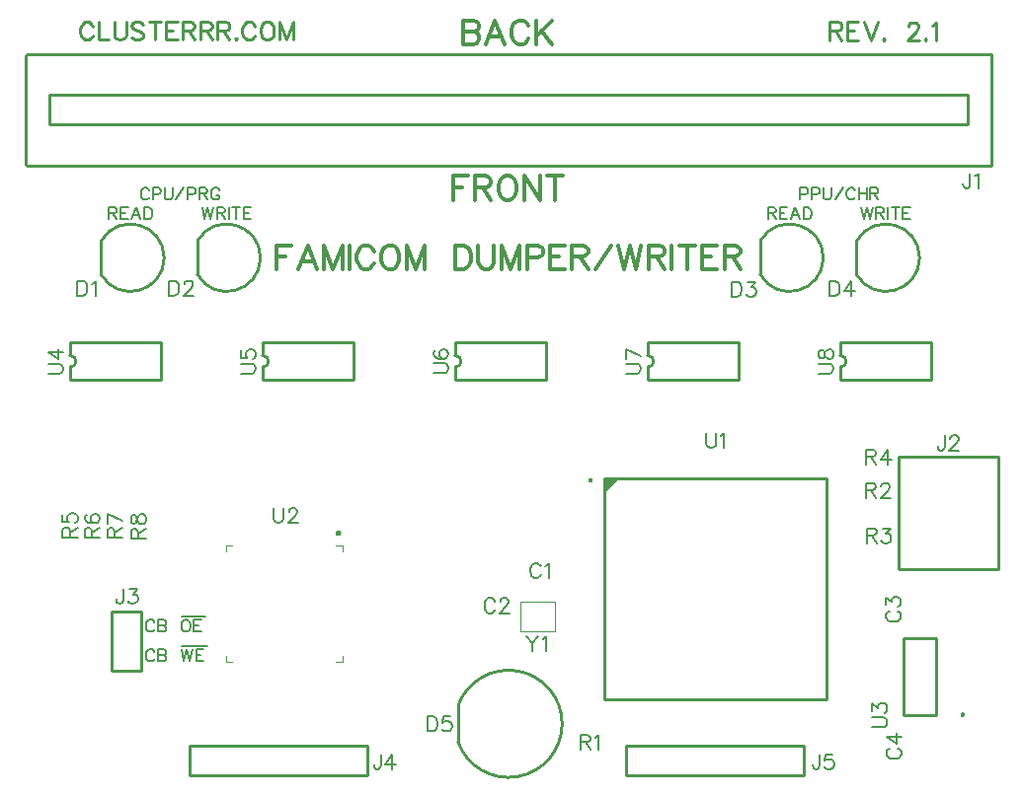
<source format=gbr>
G04 DipTrace 4.0.0.5*
G04 TopSilk.gbr*
%MOIN*%
G04 #@! TF.FileFunction,Legend,Top*
G04 #@! TF.Part,Single*
%ADD10C,0.009843*%
%ADD13C,0.004724*%
%ADD36C,0.003937*%
%ADD81C,0.00772*%
%ADD82C,0.006176*%
%ADD83C,0.009264*%
%ADD84C,0.012351*%
%FSLAX26Y26*%
G04*
G70*
G90*
G75*
G01*
G04 TopSilk*
%LPD*%
X670276Y2149270D2*
D10*
Y2263727D1*
G02X670276Y2149270I98597J-57228D01*
G01*
X995276D2*
Y2263727D1*
G02X995276Y2149270I98597J-57228D01*
G01*
X2895276D2*
Y2263727D1*
G02X2895276Y2149270I98597J-57228D01*
G01*
X3220276D2*
Y2263727D1*
G02X3220276Y2149270I98597J-57228D01*
G01*
X1875097Y569558D2*
Y693440D1*
Y569558D2*
G03X1875097Y693440I170181J61941D01*
G01*
X3675774Y2894018D2*
Y2518974D1*
X3594608Y2756528D2*
Y2656465D1*
X416087Y2891483D2*
Y2521509D1*
X494971Y2756453D2*
Y2656539D1*
X3675774Y2518974D2*
X419672D1*
X3675774Y2894018D2*
X419672D1*
X3594608Y2656465D2*
X494971Y2656539D1*
X3594608Y2756528D2*
X494971Y2756453D1*
X3361369Y1154724D2*
X3699951D1*
Y1532677D1*
X3361369D1*
Y1154724D1*
X706196Y812440D2*
X806201D1*
Y1012463D1*
X706196D1*
Y812440D1*
X1568673Y456496D2*
Y556499D1*
X968728D1*
Y456496D1*
X1568673D1*
X3043675D2*
Y556499D1*
X2443730D1*
Y456496D1*
X3043675D1*
X2369438Y1461867D2*
Y713915D1*
X3117210D1*
Y1461867D1*
X2369438D1*
G36*
X2322125Y1446202D2*
X2321103Y1446269D1*
X2320098Y1446469D1*
X2319128Y1446798D1*
X2318209Y1447251D1*
X2317357Y1447821D1*
X2316587Y1448496D1*
X2315911Y1449267D1*
X2315342Y1450118D1*
X2314889Y1451037D1*
X2314560Y1452008D1*
X2314360Y1453012D1*
X2314293Y1454035D1*
X2314360Y1455057D1*
X2314560Y1456062D1*
X2314889Y1457032D1*
X2315342Y1457951D1*
X2315911Y1458803D1*
X2316587Y1459573D1*
X2317357Y1460249D1*
X2318209Y1460818D1*
X2319128Y1461271D1*
X2320098Y1461601D1*
X2321103Y1461800D1*
X2322125Y1461867D1*
X2322216D1*
X2323238Y1461800D1*
X2324243Y1461601D1*
X2325213Y1461271D1*
X2326132Y1460818D1*
X2326984Y1460249D1*
X2327754Y1459573D1*
X2328430Y1458803D1*
X2328999Y1457951D1*
X2329452Y1457032D1*
X2329782Y1456062D1*
X2329982Y1455057D1*
X2330049Y1454035D1*
X2329982Y1453012D1*
X2329782Y1452008D1*
X2329452Y1451037D1*
X2328999Y1450118D1*
X2328430Y1449267D1*
X2327754Y1448496D1*
X2326984Y1447821D1*
X2326132Y1447251D1*
X2325213Y1446798D1*
X2324243Y1446469D1*
X2323238Y1446269D1*
X2322216Y1446202D1*
X2322125D1*
G37*
G36*
X2369438Y1461867D2*
Y1410706D1*
X2420509Y1461867D1*
X2369438D1*
G37*
X1484299Y1213139D2*
D13*
Y1234005D1*
X1463433D1*
Y840304D2*
X1484299D1*
Y861171D1*
X1090598D2*
Y840304D1*
X1111465D1*
Y1234005D2*
X1090598D1*
Y1213139D1*
G36*
X1480756Y1275738D2*
X1480672Y1274453D1*
X1480421Y1273190D1*
X1480007Y1271971D1*
X1479437Y1270816D1*
X1478722Y1269746D1*
X1477873Y1268778D1*
X1476905Y1267929D1*
X1475835Y1267214D1*
X1474680Y1266644D1*
X1473461Y1266230D1*
X1472198Y1265979D1*
X1470913Y1265895D1*
X1469629Y1265979D1*
X1468366Y1266230D1*
X1467147Y1266644D1*
X1465992Y1267214D1*
X1464922Y1267929D1*
X1463954Y1268778D1*
X1463105Y1269746D1*
X1462390Y1270816D1*
X1461820Y1271971D1*
X1461406Y1273190D1*
X1461155Y1274453D1*
X1461071Y1275738D1*
D1*
X1461155Y1277022D1*
X1461406Y1278285D1*
X1461820Y1279504D1*
X1462390Y1280659D1*
X1463105Y1281729D1*
X1463954Y1282697D1*
X1464922Y1283546D1*
X1465992Y1284261D1*
X1467147Y1284831D1*
X1468366Y1285245D1*
X1469629Y1285496D1*
X1470913Y1285580D1*
X1472198Y1285496D1*
X1473461Y1285245D1*
X1474680Y1284831D1*
X1475835Y1284261D1*
X1476905Y1283546D1*
X1477873Y1282697D1*
X1478722Y1281729D1*
X1479437Y1280659D1*
X1480007Y1279504D1*
X1480421Y1278285D1*
X1480672Y1277022D1*
X1480756Y1275738D1*
D1*
G37*
G36*
X3578495Y669907D2*
X3579500Y669841D1*
X3580488Y669644D1*
X3581442Y669321D1*
X3582346Y668875D1*
X3583183Y668315D1*
X3583941Y667651D1*
X3584605Y666893D1*
X3585165Y666056D1*
X3585611Y665152D1*
X3585934Y664198D1*
X3586131Y663210D1*
X3586197Y662205D1*
X3586131Y661199D1*
X3585934Y660211D1*
X3585611Y659257D1*
X3585165Y658354D1*
X3584605Y657516D1*
X3583941Y656759D1*
X3583183Y656094D1*
X3582346Y655535D1*
X3581442Y655089D1*
X3580488Y654765D1*
X3579500Y654569D1*
X3578495Y654503D1*
X3578469D1*
X3577463Y654569D1*
X3576475Y654765D1*
X3575521Y655089D1*
X3574617Y655535D1*
X3573780Y656094D1*
X3573022Y656759D1*
X3572358Y657516D1*
X3571798Y658354D1*
X3571353Y659257D1*
X3571029Y660211D1*
X3570832Y661199D1*
X3570766Y662205D1*
X3570832Y663210D1*
X3571029Y664198D1*
X3571353Y665152D1*
X3571798Y666056D1*
X3572358Y666893D1*
X3573022Y667651D1*
X3573780Y668315D1*
X3574617Y668875D1*
X3575521Y669321D1*
X3576475Y669644D1*
X3577463Y669841D1*
X3578468Y669907D1*
X3578495D1*
G37*
X3489232Y661165D2*
D10*
Y920996D1*
X3378996Y661165D2*
Y920996D1*
X3489232D2*
X3378996D1*
X3489232Y661165D2*
X3378996D1*
X565142Y1793513D2*
X872260D1*
X565142Y1919484D2*
X872260D1*
Y1793513D2*
Y1919484D1*
X565142Y1793513D2*
Y1836810D1*
Y1876188D2*
Y1919484D1*
Y1836810D2*
G03X565142Y1876188I-3J19689D01*
G01*
X1215142Y1793513D2*
X1522260D1*
X1215142Y1919484D2*
X1522260D1*
Y1793513D2*
Y1919484D1*
X1215142Y1793513D2*
Y1836810D1*
Y1876188D2*
Y1919484D1*
Y1836810D2*
G03X1215142Y1876188I-3J19689D01*
G01*
X1865142Y1793513D2*
X2172260D1*
X1865142Y1919484D2*
X2172260D1*
Y1793513D2*
Y1919484D1*
X1865142Y1793513D2*
Y1836810D1*
Y1876188D2*
Y1919484D1*
Y1836810D2*
G03X1865142Y1876188I-3J19689D01*
G01*
X2515142Y1793513D2*
X2822260D1*
X2515142Y1919484D2*
X2822260D1*
Y1793513D2*
Y1919484D1*
X2515142Y1793513D2*
Y1836810D1*
Y1876188D2*
Y1919484D1*
Y1836810D2*
G03X2515142Y1876188I-3J19689D01*
G01*
X3165140Y1793513D2*
X3472259D1*
X3165140Y1919484D2*
X3472259D1*
Y1793513D2*
Y1919484D1*
X3165140Y1793513D2*
Y1836810D1*
Y1876188D2*
Y1919484D1*
Y1836810D2*
G03X3165140Y1876188I-3J19689D01*
G01*
X2084647Y1043211D2*
D36*
Y944786D1*
X2202757D1*
Y1043211D1*
X2084647D1*
X850095Y973178D2*
D82*
X848194Y976980D1*
X844347Y980827D1*
X840544Y982728D1*
X832895D1*
X829048Y980827D1*
X825246Y976980D1*
X823300Y973178D1*
X821399Y967430D1*
Y957835D1*
X823300Y952131D1*
X825246Y948284D1*
X829048Y944482D1*
X832895Y942536D1*
X840544D1*
X844347Y944482D1*
X848194Y948284D1*
X850095Y952131D1*
X862446Y982728D2*
Y942536D1*
X879690D1*
X885438Y944482D1*
X887340Y946383D1*
X889241Y950186D1*
Y955934D1*
X887340Y959780D1*
X885438Y961682D1*
X879690Y963583D1*
X885438Y965528D1*
X887340Y967430D1*
X889241Y971232D1*
Y975079D1*
X887340Y978882D1*
X885438Y980827D1*
X879690Y982728D1*
X862446D1*
Y963583D2*
X879690D1*
X951969Y982728D2*
X948122Y980827D1*
X944320Y976980D1*
X942374Y973178D1*
X940473Y967430D1*
Y957835D1*
X942374Y952131D1*
X944320Y948284D1*
X948122Y944482D1*
X951969Y942536D1*
X959618D1*
X963421Y944482D1*
X967268Y948284D1*
X969169Y952131D1*
X971070Y957835D1*
Y967430D1*
X969169Y973178D1*
X967268Y976980D1*
X963421Y980827D1*
X959618Y982728D1*
X951969D1*
X1008271D2*
X983422D1*
Y942536D1*
X1008271D1*
X983422Y963583D2*
X998720D1*
X940473Y993207D2*
X1020622D1*
X832820Y2433381D2*
X830918Y2437184D1*
X827071Y2441030D1*
X823269Y2442932D1*
X815620D1*
X811773Y2441030D1*
X807970Y2437184D1*
X806025Y2433381D1*
X804124Y2427633D1*
Y2418038D1*
X806025Y2412335D1*
X807970Y2408488D1*
X811773Y2404685D1*
X815620Y2402740D1*
X823269D1*
X827071Y2404685D1*
X830918Y2408488D1*
X832820Y2412335D1*
X845171Y2421885D2*
X862415D1*
X868119Y2423786D1*
X870064Y2425732D1*
X871966Y2429534D1*
Y2435282D1*
X870064Y2439085D1*
X868119Y2441030D1*
X862415Y2442932D1*
X845171D1*
Y2402740D1*
X884317Y2442932D2*
Y2414236D1*
X886218Y2408488D1*
X890065Y2404685D1*
X895813Y2402740D1*
X899616D1*
X905364Y2404685D1*
X909210Y2408488D1*
X911112Y2414236D1*
Y2442932D1*
X923463Y2402740D2*
X950258Y2442888D1*
X962609Y2421885D2*
X979853D1*
X985557Y2423786D1*
X987503Y2425732D1*
X989404Y2429534D1*
Y2435282D1*
X987503Y2439085D1*
X985557Y2441030D1*
X979853Y2442932D1*
X962609D1*
Y2402740D1*
X1001755Y2423786D2*
X1018955D1*
X1024703Y2425732D1*
X1026649Y2427633D1*
X1028550Y2431436D1*
Y2435282D1*
X1026649Y2439085D1*
X1024703Y2441030D1*
X1018955Y2442932D1*
X1001755D1*
Y2402740D1*
X1015153Y2423786D2*
X1028550Y2402740D1*
X1069597Y2433381D2*
X1067696Y2437184D1*
X1063849Y2441030D1*
X1060047Y2442932D1*
X1052397D1*
X1048551Y2441030D1*
X1044748Y2437184D1*
X1042803Y2433381D1*
X1040901Y2427633D1*
Y2418038D1*
X1042803Y2412335D1*
X1044748Y2408488D1*
X1048551Y2404685D1*
X1052397Y2402740D1*
X1060047D1*
X1063849Y2404685D1*
X1067696Y2408488D1*
X1069597Y2412335D1*
Y2418038D1*
X1060047D1*
X696789Y2357582D2*
X713989D1*
X719737Y2359528D1*
X721682Y2361429D1*
X723583Y2365231D1*
Y2369078D1*
X721682Y2372881D1*
X719737Y2374826D1*
X713989Y2376728D1*
X696789D1*
Y2336536D1*
X710186Y2357582D2*
X723583Y2336536D1*
X760784Y2376728D2*
X735935D1*
Y2336536D1*
X760784D1*
X735935Y2357582D2*
X751233D1*
X803777Y2336536D2*
X788434Y2376728D1*
X773135Y2336536D1*
X778883Y2349933D2*
X798029D1*
X816128Y2376728D2*
Y2336536D1*
X829525D1*
X835273Y2338481D1*
X839120Y2342284D1*
X841022Y2346130D1*
X842923Y2351834D1*
Y2361429D1*
X841022Y2367177D1*
X839120Y2370979D1*
X835273Y2374826D1*
X829525Y2376728D1*
X816128D1*
X1010797D2*
X1020392Y2336536D1*
X1029943Y2376728D1*
X1039493Y2336536D1*
X1049088Y2376728D1*
X1061439Y2357582D2*
X1078639D1*
X1084387Y2359528D1*
X1086333Y2361429D1*
X1088234Y2365231D1*
Y2369078D1*
X1086333Y2372881D1*
X1084387Y2374826D1*
X1078639Y2376728D1*
X1061439D1*
Y2336536D1*
X1074837Y2357582D2*
X1088234Y2336536D1*
X1100585Y2376728D2*
Y2336536D1*
X1126334Y2376728D2*
Y2336536D1*
X1112937Y2376728D2*
X1139732D1*
X1176932D2*
X1152083D1*
Y2336536D1*
X1176932D1*
X1152083Y2357582D2*
X1167382D1*
X3030074Y2421885D2*
X3047318D1*
X3053022Y2423786D1*
X3054968Y2425732D1*
X3056869Y2429534D1*
Y2435282D1*
X3054968Y2439085D1*
X3053022Y2441030D1*
X3047318Y2442932D1*
X3030074D1*
Y2402740D1*
X3069220Y2421885D2*
X3086464D1*
X3092168Y2423786D1*
X3094114Y2425732D1*
X3096015Y2429534D1*
Y2435282D1*
X3094114Y2439085D1*
X3092168Y2441030D1*
X3086464Y2442932D1*
X3069220D1*
Y2402740D1*
X3108366Y2442932D2*
Y2414236D1*
X3110268Y2408488D1*
X3114114Y2404685D1*
X3119862Y2402740D1*
X3123665D1*
X3129413Y2404685D1*
X3133260Y2408488D1*
X3135161Y2414236D1*
Y2442932D1*
X3147512Y2402740D2*
X3174307Y2442888D1*
X3215354Y2433381D2*
X3213453Y2437184D1*
X3209606Y2441030D1*
X3205804Y2442932D1*
X3198155D1*
X3194308Y2441030D1*
X3190505Y2437184D1*
X3188560Y2433381D1*
X3186658Y2427633D1*
Y2418038D1*
X3188560Y2412335D1*
X3190505Y2408488D1*
X3194308Y2404685D1*
X3198155Y2402740D1*
X3205804D1*
X3209606Y2404685D1*
X3213453Y2408488D1*
X3215354Y2412335D1*
X3227706Y2442932D2*
Y2402740D1*
X3254500Y2442932D2*
Y2402740D1*
X3227706Y2423786D2*
X3254500D1*
X3266852D2*
X3284052D1*
X3289800Y2425732D1*
X3291745Y2427633D1*
X3293647Y2431436D1*
Y2435282D1*
X3291745Y2439085D1*
X3289800Y2441030D1*
X3284052Y2442932D1*
X3266852D1*
Y2402740D1*
X3280249Y2423786D2*
X3293647Y2402740D1*
X2921789Y2357582D2*
X2938989D1*
X2944737Y2359528D1*
X2946682Y2361429D1*
X2948583Y2365231D1*
Y2369078D1*
X2946682Y2372881D1*
X2944737Y2374826D1*
X2938989Y2376728D1*
X2921789D1*
Y2336536D1*
X2935186Y2357582D2*
X2948583Y2336536D1*
X2985784Y2376728D2*
X2960935D1*
Y2336536D1*
X2985784D1*
X2960935Y2357582D2*
X2976233D1*
X3028777Y2336536D2*
X3013434Y2376728D1*
X2998135Y2336536D1*
X3003883Y2349933D2*
X3023029D1*
X3041128Y2376728D2*
Y2336536D1*
X3054525D1*
X3060273Y2338481D1*
X3064120Y2342284D1*
X3066022Y2346130D1*
X3067923Y2351834D1*
Y2361429D1*
X3066022Y2367177D1*
X3064120Y2370979D1*
X3060273Y2374826D1*
X3054525Y2376728D1*
X3041128D1*
X3235797D2*
X3245392Y2336536D1*
X3254943Y2376728D1*
X3264493Y2336536D1*
X3274088Y2376728D1*
X3286439Y2357582D2*
X3303639D1*
X3309387Y2359528D1*
X3311333Y2361429D1*
X3313234Y2365231D1*
Y2369078D1*
X3311333Y2372881D1*
X3309387Y2374826D1*
X3303639Y2376728D1*
X3286439D1*
Y2336536D1*
X3299837Y2357582D2*
X3313234Y2336536D1*
X3325585Y2376728D2*
Y2336536D1*
X3351334Y2376728D2*
Y2336536D1*
X3337937Y2376728D2*
X3364732D1*
X3401932D2*
X3377083D1*
Y2336536D1*
X3401932D1*
X3377083Y2357582D2*
X3392382D1*
X642363Y2988973D2*
D83*
X639511Y2994677D1*
X633741Y3000447D1*
X628037Y3003299D1*
X616564D1*
X610793Y3000447D1*
X605090Y2994677D1*
X602171Y2988973D1*
X599319Y2980351D1*
Y2965959D1*
X602171Y2957403D1*
X605090Y2951633D1*
X610793Y2945929D1*
X616564Y2943011D1*
X628037D1*
X633741Y2945929D1*
X639511Y2951633D1*
X642363Y2957403D1*
X660890Y3003299D2*
Y2943011D1*
X695312D1*
X713839Y3003299D2*
Y2960255D1*
X716691Y2951633D1*
X722461Y2945929D1*
X731084Y2943011D1*
X736787D1*
X745409Y2945929D1*
X751180Y2951633D1*
X754031Y2960255D1*
Y3003299D1*
X812751Y2994677D2*
X807047Y3000447D1*
X798425Y3003299D1*
X786951D1*
X778329Y3000447D1*
X772559Y2994677D1*
Y2988973D1*
X775477Y2983203D1*
X778329Y2980351D1*
X784032Y2977499D1*
X801277Y2971729D1*
X807047Y2968877D1*
X809899Y2965959D1*
X812751Y2960255D1*
Y2951633D1*
X807047Y2945929D1*
X798425Y2943011D1*
X786951D1*
X778329Y2945929D1*
X772559Y2951633D1*
X851374Y3003299D2*
Y2943011D1*
X831278Y3003299D2*
X871470D1*
X927270D2*
X889997D1*
Y2943011D1*
X927270D1*
X889997Y2974581D2*
X912945D1*
X945798D2*
X971597D1*
X980219Y2977499D1*
X983138Y2980351D1*
X985990Y2986055D1*
Y2991825D1*
X983138Y2997529D1*
X980219Y3000447D1*
X971597Y3003299D1*
X945798D1*
Y2943011D1*
X965894Y2974581D2*
X985990Y2943011D1*
X1004517Y2974581D2*
X1030316D1*
X1038939Y2977499D1*
X1041857Y2980351D1*
X1044709Y2986055D1*
Y2991825D1*
X1041857Y2997529D1*
X1038939Y3000447D1*
X1030316Y3003299D1*
X1004517D1*
Y2943011D1*
X1024613Y2974581D2*
X1044709Y2943011D1*
X1063236Y2974581D2*
X1089036D1*
X1097658Y2977499D1*
X1100576Y2980351D1*
X1103428Y2986055D1*
Y2991825D1*
X1100576Y2997529D1*
X1097658Y3000447D1*
X1089036Y3003299D1*
X1063236D1*
Y2943011D1*
X1083332Y2974581D2*
X1103428Y2943011D1*
X1124807Y2948781D2*
X1121955Y2945863D1*
X1124807Y2943011D1*
X1127725Y2945863D1*
X1124807Y2948781D1*
X1189296Y2988973D2*
X1186444Y2994677D1*
X1180674Y3000447D1*
X1174970Y3003299D1*
X1163496D1*
X1157726Y3000447D1*
X1152022Y2994677D1*
X1149104Y2988973D1*
X1146252Y2980351D1*
Y2965959D1*
X1149104Y2957403D1*
X1152022Y2951633D1*
X1157726Y2945929D1*
X1163496Y2943011D1*
X1174970D1*
X1180674Y2945929D1*
X1186444Y2951633D1*
X1189296Y2957403D1*
X1225067Y3003299D2*
X1219297Y3000447D1*
X1213593Y2994677D1*
X1210675Y2988973D1*
X1207823Y2980351D1*
Y2965959D1*
X1210675Y2957403D1*
X1213593Y2951633D1*
X1219297Y2945929D1*
X1225067Y2943011D1*
X1236541D1*
X1242245Y2945929D1*
X1248015Y2951633D1*
X1250867Y2957403D1*
X1253719Y2965959D1*
Y2980351D1*
X1250867Y2988973D1*
X1248015Y2994677D1*
X1242245Y3000447D1*
X1236541Y3003299D1*
X1225067D1*
X1318142Y2943011D2*
Y3003299D1*
X1295194Y2943011D1*
X1272246Y3003299D1*
Y2943011D1*
X1312163Y2248115D2*
D84*
X1262376D1*
Y2167731D1*
Y2209825D2*
X1292974D1*
X1398149Y2167731D2*
X1367463Y2248115D1*
X1336866Y2167731D1*
X1348362Y2194526D2*
X1386653D1*
X1484046Y2167731D2*
Y2248115D1*
X1453449Y2167731D1*
X1422852Y2248115D1*
Y2167731D1*
X1508749Y2248115D2*
Y2167731D1*
X1590844Y2229014D2*
X1587041Y2236619D1*
X1579348Y2244313D1*
X1571742Y2248115D1*
X1556444D1*
X1548750Y2244313D1*
X1541145Y2236619D1*
X1537254Y2229014D1*
X1533452Y2217518D1*
Y2198329D1*
X1537254Y2186921D1*
X1541145Y2179227D1*
X1548750Y2171622D1*
X1556444Y2167731D1*
X1571742D1*
X1579348Y2171622D1*
X1587041Y2179227D1*
X1590844Y2186921D1*
X1638539Y2248115D2*
X1630845Y2244313D1*
X1623240Y2236619D1*
X1619349Y2229014D1*
X1615546Y2217518D1*
Y2198329D1*
X1619349Y2186921D1*
X1623240Y2179227D1*
X1630845Y2171622D1*
X1638539Y2167731D1*
X1653837D1*
X1661442Y2171622D1*
X1669136Y2179227D1*
X1672938Y2186921D1*
X1676741Y2198329D1*
Y2217518D1*
X1672938Y2229014D1*
X1669136Y2236619D1*
X1661442Y2244313D1*
X1653837Y2248115D1*
X1638539D1*
X1762638Y2167731D2*
Y2248115D1*
X1732041Y2167731D1*
X1701444Y2248115D1*
Y2167731D1*
X1865102Y2248115D2*
Y2167731D1*
X1891897D1*
X1903393Y2171622D1*
X1911087Y2179227D1*
X1914889Y2186921D1*
X1918692Y2198329D1*
Y2217518D1*
X1914889Y2229014D1*
X1911087Y2236619D1*
X1903393Y2244313D1*
X1891897Y2248115D1*
X1865102D1*
X1943395D2*
Y2190724D1*
X1947197Y2179227D1*
X1954891Y2171622D1*
X1966387Y2167731D1*
X1973992D1*
X1985488Y2171622D1*
X1993181Y2179227D1*
X1996984Y2190724D1*
Y2248115D1*
X2082881Y2167731D2*
Y2248115D1*
X2052284Y2167731D1*
X2021687Y2248115D1*
Y2167731D1*
X2107584Y2206022D2*
X2142072D1*
X2153480Y2209825D1*
X2157371Y2213716D1*
X2161173Y2221321D1*
Y2232817D1*
X2157371Y2240422D1*
X2153480Y2244313D1*
X2142072Y2248115D1*
X2107584D1*
Y2167731D1*
X2235574Y2248115D2*
X2185876D1*
Y2167731D1*
X2235574D1*
X2185876Y2209825D2*
X2216473D1*
X2260277D2*
X2294677D1*
X2306173Y2213716D1*
X2310064Y2217518D1*
X2313867Y2225123D1*
Y2232817D1*
X2310064Y2240422D1*
X2306173Y2244313D1*
X2294677Y2248115D1*
X2260277D1*
Y2167731D1*
X2287072Y2209825D2*
X2313867Y2167731D1*
X2338569D2*
X2392159Y2248027D1*
X2416861Y2248115D2*
X2436051Y2167731D1*
X2455152Y2248115D1*
X2474253Y2167731D1*
X2493443Y2248115D1*
X2518146Y2209825D2*
X2552545D1*
X2564042Y2213716D1*
X2567933Y2217518D1*
X2571735Y2225123D1*
Y2232817D1*
X2567933Y2240422D1*
X2564042Y2244313D1*
X2552545Y2248115D1*
X2518146D1*
Y2167731D1*
X2544940Y2209825D2*
X2571735Y2167731D1*
X2596438Y2248115D2*
Y2167731D1*
X2647935Y2248115D2*
Y2167731D1*
X2621141Y2248115D2*
X2674730D1*
X2749131D2*
X2699433D1*
Y2167731D1*
X2749131D1*
X2699433Y2209825D2*
X2730030D1*
X2773834D2*
X2808234D1*
X2819730Y2213716D1*
X2823621Y2217518D1*
X2827423Y2225123D1*
Y2232817D1*
X2823621Y2240422D1*
X2819730Y2244313D1*
X2808234Y2248115D1*
X2773834D1*
Y2167731D1*
X2800629Y2209825D2*
X2827423Y2167731D1*
X3130221Y2973785D2*
D83*
X3156021D1*
X3164643Y2976703D1*
X3167561Y2979555D1*
X3170413Y2985258D1*
Y2991029D1*
X3167561Y2996732D1*
X3164643Y2999651D1*
X3156021Y3002503D1*
X3130221D1*
Y2942215D1*
X3150317Y2973785D2*
X3170413Y2942215D1*
X3226214Y3002503D2*
X3188940D1*
Y2942215D1*
X3226214D1*
X3188940Y2973785D2*
X3211888D1*
X3244741Y3002503D2*
X3267689Y2942215D1*
X3290637Y3002503D1*
X3312016Y2947985D2*
X3309164Y2945066D1*
X3312016Y2942215D1*
X3314934Y2945066D1*
X3312016Y2947985D1*
X3394701Y2988110D2*
Y2990962D1*
X3397552Y2996732D1*
X3400404Y2999584D1*
X3406174Y3002436D1*
X3417648D1*
X3423352Y2999584D1*
X3426204Y2996732D1*
X3429122Y2990962D1*
Y2985258D1*
X3426204Y2979488D1*
X3420500Y2970933D1*
X3391782Y2942215D1*
X3431974D1*
X3453353Y2947985D2*
X3450501Y2945066D1*
X3453353Y2942215D1*
X3456272Y2945066D1*
X3453353Y2947985D1*
X3474799Y2990962D2*
X3480569Y2993881D1*
X3489191Y3002436D1*
Y2942215D1*
X850095Y873179D2*
D82*
X848194Y876982D1*
X844347Y880828D1*
X840544Y882730D1*
X832895D1*
X829048Y880828D1*
X825246Y876982D1*
X823300Y873179D1*
X821399Y867431D1*
Y857836D1*
X823300Y852132D1*
X825246Y848286D1*
X829048Y844483D1*
X832895Y842538D1*
X840544D1*
X844347Y844483D1*
X848194Y848286D1*
X850095Y852132D1*
X862446Y882730D2*
Y842538D1*
X879690D1*
X885438Y844483D1*
X887340Y846384D1*
X889241Y850187D1*
Y855935D1*
X887340Y859782D1*
X885438Y861683D1*
X879690Y863584D1*
X885438Y865530D1*
X887340Y867431D1*
X889241Y871234D1*
Y875080D1*
X887340Y878883D1*
X885438Y880828D1*
X879690Y882730D1*
X862446D1*
Y863584D2*
X879690D1*
X940473Y882730D2*
X950068Y842538D1*
X959618Y882730D1*
X969169Y842538D1*
X978764Y882730D1*
X1015964D2*
X991115D1*
Y842538D1*
X1015964D1*
X991115Y863584D2*
X1006414D1*
X940473Y893209D2*
X1028316D1*
X2154170Y1162812D2*
D81*
X2151793Y1167566D1*
X2146985Y1172374D1*
X2142232Y1174751D1*
X2132670D1*
X2127862Y1172374D1*
X2123109Y1167566D1*
X2120677Y1162812D1*
X2118300Y1155627D1*
Y1143634D1*
X2120677Y1136504D1*
X2123109Y1131696D1*
X2127862Y1126942D1*
X2132670Y1124511D1*
X2142232D1*
X2146985Y1126942D1*
X2151793Y1131696D1*
X2154170Y1136504D1*
X2169609Y1165134D2*
X2174418Y1167566D1*
X2181603Y1174695D1*
Y1124511D1*
X1999669Y1044062D2*
X1997293Y1048815D1*
X1992484Y1053623D1*
X1987731Y1056000D1*
X1978170D1*
X1973361Y1053623D1*
X1968608Y1048815D1*
X1966176Y1044062D1*
X1963800Y1036877D1*
Y1024883D1*
X1966176Y1017753D1*
X1968608Y1012945D1*
X1973361Y1008192D1*
X1978170Y1005760D1*
X1987731D1*
X1992484Y1008192D1*
X1997293Y1012945D1*
X1999669Y1017753D1*
X2017541Y1044006D2*
Y1046383D1*
X2019917Y1051192D1*
X2022294Y1053568D1*
X2027102Y1055945D1*
X2036664D1*
X2041417Y1053568D1*
X2043794Y1051192D1*
X2046225Y1046383D1*
Y1041630D1*
X2043794Y1036821D1*
X2039040Y1029692D1*
X2015109Y1005760D1*
X2048602D1*
X3331482Y1012467D2*
X3326728Y1010091D1*
X3321920Y1005282D1*
X3319543Y1000529D1*
Y990968D1*
X3321920Y986159D1*
X3326728Y981406D1*
X3331482Y978974D1*
X3338667Y976597D1*
X3350660D1*
X3357790Y978974D1*
X3362598Y981406D1*
X3367351Y986159D1*
X3369783Y990968D1*
Y1000529D1*
X3367351Y1005282D1*
X3362598Y1010091D1*
X3357790Y1012467D1*
X3319599Y1032715D2*
Y1058968D1*
X3338722Y1044653D1*
Y1051838D1*
X3341098Y1056591D1*
X3343475Y1058968D1*
X3350660Y1061400D1*
X3355413D1*
X3362598Y1058968D1*
X3367407Y1054215D1*
X3369783Y1047030D1*
Y1039845D1*
X3367407Y1032715D1*
X3364975Y1030338D1*
X3360222Y1027907D1*
X3333352Y548779D2*
X3328598Y546402D1*
X3323790Y541594D1*
X3321413Y536841D1*
Y527279D1*
X3323790Y522471D1*
X3328598Y517718D1*
X3333352Y515286D1*
X3340537Y512909D1*
X3352530D1*
X3359660Y515286D1*
X3364468Y517718D1*
X3369222Y522471D1*
X3371653Y527279D1*
Y536841D1*
X3369222Y541594D1*
X3364468Y546402D1*
X3359660Y548779D1*
X3371653Y588150D2*
X3321469D1*
X3354907Y564218D1*
Y600088D1*
X590212Y2128651D2*
Y2078411D1*
X606958D1*
X614143Y2080843D1*
X618952Y2085596D1*
X621328Y2090404D1*
X623705Y2097534D1*
Y2109528D1*
X621328Y2116713D1*
X618952Y2121466D1*
X614143Y2126274D1*
X606958Y2128651D1*
X590212D1*
X639144Y2119034D2*
X643953Y2121466D1*
X651138Y2128596D1*
Y2078411D1*
X899858Y2128769D2*
Y2078529D1*
X916605D1*
X923790Y2080961D1*
X928598Y2085714D1*
X930975Y2090522D1*
X933351Y2097652D1*
Y2109646D1*
X930975Y2116831D1*
X928598Y2121584D1*
X923790Y2126392D1*
X916605Y2128769D1*
X899858D1*
X951222Y2116776D2*
Y2119152D1*
X953599Y2123961D1*
X955976Y2126337D1*
X960784Y2128714D1*
X970346D1*
X975099Y2126337D1*
X977475Y2123961D1*
X979907Y2119152D1*
Y2114399D1*
X977475Y2109590D1*
X972722Y2102461D1*
X948790Y2078529D1*
X982284D1*
X2798740Y2125167D2*
Y2074927D1*
X2815486D1*
X2822672Y2077358D1*
X2827480Y2082112D1*
X2829857Y2086920D1*
X2832233Y2094050D1*
Y2106043D1*
X2829857Y2113228D1*
X2827480Y2117982D1*
X2822672Y2122790D1*
X2815486Y2125167D1*
X2798740D1*
X2852481Y2125111D2*
X2878734D1*
X2864419Y2105988D1*
X2871604D1*
X2876357Y2103612D1*
X2878734Y2101235D1*
X2881166Y2094050D1*
Y2089297D1*
X2878734Y2082112D1*
X2873981Y2077303D1*
X2866796Y2074927D1*
X2859611D1*
X2852481Y2077303D1*
X2850104Y2079735D1*
X2847672Y2084488D1*
X3129919Y2126970D2*
Y2076730D1*
X3146666D1*
X3153851Y2079162D1*
X3158659Y2083915D1*
X3161036Y2088723D1*
X3163412Y2095853D1*
Y2107847D1*
X3161036Y2115032D1*
X3158659Y2119785D1*
X3153851Y2124593D1*
X3146666Y2126970D1*
X3129919D1*
X3202783Y2076730D2*
Y2126915D1*
X3178852Y2093476D1*
X3214721D1*
X1772206Y656423D2*
Y606183D1*
X1788952D1*
X1796137Y608614D1*
X1800946Y613368D1*
X1803322Y618176D1*
X1805699Y625306D1*
Y637299D1*
X1803322Y644484D1*
X1800946Y649238D1*
X1796137Y654046D1*
X1788952Y656423D1*
X1772206D1*
X1849823Y656367D2*
X1825947D1*
X1823570Y634867D1*
X1825947Y637244D1*
X1833132Y639676D1*
X1840262D1*
X1847447Y637244D1*
X1852255Y632491D1*
X1854632Y625306D1*
Y620553D1*
X1852255Y613368D1*
X1847447Y608559D1*
X1840262Y606183D1*
X1833132D1*
X1825947Y608559D1*
X1823570Y610991D1*
X1821138Y615744D1*
X1908523Y2482762D2*
D84*
X1858736D1*
Y2402378D1*
Y2444472D2*
X1889333D1*
X1933226D2*
X1967625D1*
X1979121Y2448363D1*
X1983012Y2452165D1*
X1986815Y2459770D1*
Y2467464D1*
X1983012Y2475069D1*
X1979121Y2478960D1*
X1967625Y2482762D1*
X1933226D1*
Y2402378D1*
X1960020Y2444472D2*
X1986815Y2402378D1*
X2034510Y2482762D2*
X2026816Y2478960D1*
X2019211Y2471266D1*
X2015320Y2463661D1*
X2011518Y2452165D1*
Y2432976D1*
X2015320Y2421568D1*
X2019211Y2413874D1*
X2026816Y2406269D1*
X2034510Y2402378D1*
X2049809D1*
X2057414Y2406269D1*
X2065107Y2413874D1*
X2068910Y2421568D1*
X2072712Y2432976D1*
Y2452165D1*
X2068910Y2463661D1*
X2065107Y2471266D1*
X2057414Y2478960D1*
X2049809Y2482762D1*
X2034510D1*
X2151004D2*
Y2402378D1*
X2097415Y2482762D1*
Y2402378D1*
X2202502Y2482762D2*
Y2402378D1*
X2175707Y2482762D2*
X2229296D1*
X1891409Y3008555D2*
Y2928171D1*
X1925897D1*
X1937394Y2932062D1*
X1941196Y2935865D1*
X1944999Y2943470D1*
Y2954966D1*
X1941196Y2962659D1*
X1937394Y2966462D1*
X1925897Y2970264D1*
X1937394Y2974155D1*
X1941196Y2977958D1*
X1944999Y2985563D1*
Y2993256D1*
X1941196Y3000862D1*
X1937394Y3004753D1*
X1925897Y3008555D1*
X1891409D1*
Y2970264D2*
X1925897D1*
X2030984Y2928171D2*
X2000299Y3008555D1*
X1969701Y2928171D1*
X1981197Y2954966D2*
X2019488D1*
X2113079Y2989454D2*
X2109276Y2997059D1*
X2101583Y3004753D1*
X2093978Y3008555D1*
X2078679D1*
X2070986Y3004753D1*
X2063381Y2997059D1*
X2059490Y2989454D1*
X2055687Y2977958D1*
Y2958768D1*
X2059490Y2947361D1*
X2063381Y2939667D1*
X2070986Y2932062D1*
X2078679Y2928171D1*
X2093978D1*
X2101583Y2932062D1*
X2109276Y2939667D1*
X2113079Y2947361D1*
X2137782Y3008555D2*
Y2928171D1*
X2191371Y3008555D2*
X2137782Y2954966D1*
X2156883Y2974155D2*
X2191371Y2928171D1*
X3603566Y2492241D2*
D81*
Y2453995D1*
X3601189Y2446810D1*
X3598757Y2444433D1*
X3594004Y2442001D1*
X3589196D1*
X3584443Y2444433D1*
X3582066Y2446810D1*
X3579634Y2453995D1*
Y2458748D1*
X3619005Y2482625D2*
X3623813Y2485056D1*
X3630999Y2492186D1*
Y2442001D1*
X3518160Y1605900D2*
Y1567654D1*
X3515783Y1560469D1*
X3513351Y1558092D1*
X3508598Y1555660D1*
X3503790D1*
X3499036Y1558092D1*
X3496660Y1560469D1*
X3494228Y1567654D1*
Y1572407D1*
X3536031Y1593907D2*
Y1596283D1*
X3538407Y1601092D1*
X3540784Y1603468D1*
X3545592Y1605845D1*
X3555154D1*
X3559907Y1603468D1*
X3562284Y1601092D1*
X3564716Y1596283D1*
Y1591530D1*
X3562284Y1586722D1*
X3557531Y1579592D1*
X3533599Y1555660D1*
X3567092D1*
X745028Y1087545D2*
Y1049298D1*
X742652Y1042113D1*
X740220Y1039736D1*
X735467Y1037305D1*
X730658D1*
X725905Y1039736D1*
X723529Y1042113D1*
X721097Y1049298D1*
Y1054051D1*
X765276Y1087489D2*
X791529D1*
X777214Y1068366D1*
X784399D1*
X789153Y1065989D1*
X791529Y1063613D1*
X793961Y1056428D1*
Y1051675D1*
X791529Y1044490D1*
X786776Y1039681D1*
X779591Y1037305D1*
X772406D1*
X765276Y1039681D1*
X762900Y1042113D1*
X760468Y1046866D1*
X1614415Y528521D2*
Y490274D1*
X1612038Y483089D1*
X1609606Y480713D1*
X1604853Y478281D1*
X1600045D1*
X1595292Y480713D1*
X1592915Y483089D1*
X1590483Y490274D1*
Y495028D1*
X1653786Y478281D2*
Y528466D1*
X1629854Y495028D1*
X1665724D1*
X3095473Y528465D2*
Y490218D1*
X3093097Y483033D1*
X3090665Y480656D1*
X3085912Y478225D1*
X3081103D1*
X3076350Y480656D1*
X3073973Y483033D1*
X3071542Y490218D1*
Y494971D1*
X3139597Y528409D2*
X3115721D1*
X3113344Y506909D1*
X3115721Y509286D1*
X3122906Y511718D1*
X3130036D1*
X3137221Y509286D1*
X3142029Y504533D1*
X3144406Y497348D1*
Y492595D1*
X3142029Y485410D1*
X3137221Y480601D1*
X3130036Y478225D1*
X3122906D1*
X3115721Y480601D1*
X3113344Y483033D1*
X3110913Y487786D1*
X2288238Y569570D2*
X2309738D1*
X2316923Y572001D1*
X2319354Y574378D1*
X2321731Y579131D1*
Y583940D1*
X2319354Y588693D1*
X2316923Y591125D1*
X2309738Y593501D1*
X2288238D1*
Y543261D1*
X2304984Y569570D2*
X2321731Y543261D1*
X2337170Y583884D2*
X2341979Y586316D1*
X2349164Y593446D1*
Y543261D1*
X3251819Y1421000D2*
X3273318D1*
X3280503Y1423432D1*
X3282935Y1425808D1*
X3285312Y1430562D1*
Y1435370D1*
X3282935Y1440123D1*
X3280503Y1442555D1*
X3273318Y1444932D1*
X3251819D1*
Y1394692D1*
X3268565Y1421000D2*
X3285312Y1394692D1*
X3303183Y1432938D2*
Y1435315D1*
X3305560Y1440123D1*
X3307936Y1442500D1*
X3312745Y1444876D1*
X3322306D1*
X3327059Y1442500D1*
X3329436Y1440123D1*
X3331868Y1435315D1*
Y1430562D1*
X3329436Y1425753D1*
X3324683Y1418623D1*
X3300751Y1394692D1*
X3334244D1*
X3254487Y1268185D2*
X3275986D1*
X3283171Y1270617D1*
X3285603Y1272994D1*
X3287980Y1277747D1*
Y1282555D1*
X3285603Y1287308D1*
X3283171Y1289740D1*
X3275986Y1292117D1*
X3254487D1*
Y1241877D1*
X3271233Y1268185D2*
X3287980Y1241877D1*
X3308228Y1292062D2*
X3334481D1*
X3320166Y1272938D1*
X3327351D1*
X3332104Y1270562D1*
X3334481Y1268185D1*
X3336912Y1261000D1*
Y1256247D1*
X3334481Y1249062D1*
X3329727Y1244253D1*
X3322542Y1241877D1*
X3315357D1*
X3308228Y1244253D1*
X3305851Y1246685D1*
X3303419Y1251438D1*
X3252452Y1533976D2*
X3273952D1*
X3281137Y1536408D1*
X3283569Y1538785D1*
X3285945Y1543538D1*
Y1548346D1*
X3283569Y1553100D1*
X3281137Y1555532D1*
X3273952Y1557908D1*
X3252452D1*
Y1507668D1*
X3269198Y1533976D2*
X3285945Y1507668D1*
X3325316D2*
Y1557853D1*
X3301384Y1524415D1*
X3337254D1*
X564231Y1261518D2*
Y1283018D1*
X561799Y1290203D1*
X559422Y1292635D1*
X554669Y1295011D1*
X549861D1*
X545108Y1292635D1*
X542676Y1290203D1*
X540299Y1283018D1*
Y1261518D1*
X590539D1*
X564231Y1278265D2*
X590539Y1295011D1*
X540355Y1339135D2*
Y1315259D1*
X561854Y1312882D1*
X559478Y1315259D1*
X557046Y1322444D1*
Y1329574D1*
X559478Y1336759D1*
X564231Y1341567D1*
X571416Y1343944D1*
X576169D1*
X583354Y1341567D1*
X588163Y1336759D1*
X590539Y1329574D1*
Y1322444D1*
X588163Y1315259D1*
X585731Y1312882D1*
X580978Y1310451D1*
X638678Y1261082D2*
Y1282582D1*
X636247Y1289767D1*
X633870Y1292198D1*
X629117Y1294575D1*
X624308D1*
X619555Y1292198D1*
X617123Y1289767D1*
X614747Y1282582D1*
Y1261082D1*
X664987D1*
X638678Y1277828D2*
X664987Y1294575D1*
X621932Y1338699D2*
X617179Y1336323D1*
X614802Y1329138D1*
Y1324384D1*
X617179Y1317199D1*
X624364Y1312391D1*
X636302Y1310014D1*
X648240D1*
X657802Y1312391D1*
X662610Y1317199D1*
X664987Y1324384D1*
Y1326761D1*
X662610Y1333891D1*
X657802Y1338699D1*
X650617Y1341076D1*
X648240D1*
X641055Y1338699D1*
X636302Y1333891D1*
X633925Y1326761D1*
Y1324384D1*
X636302Y1317199D1*
X641055Y1312391D1*
X648240Y1310014D1*
X715331Y1259316D2*
Y1280816D1*
X712899Y1288001D1*
X710522Y1290433D1*
X705769Y1292809D1*
X700961D1*
X696207Y1290433D1*
X693776Y1288001D1*
X691399Y1280816D1*
Y1259316D1*
X741639D1*
X715331Y1276063D2*
X741639Y1292809D1*
Y1317810D2*
X691454Y1341742D1*
Y1308248D1*
X794409Y1256916D2*
Y1278416D1*
X791978Y1285601D1*
X789601Y1288032D1*
X784848Y1290409D1*
X780039D1*
X775286Y1288032D1*
X772854Y1285601D1*
X770478Y1278416D1*
Y1256916D1*
X820718D1*
X794409Y1273662D2*
X820718Y1290409D1*
X770533Y1317787D2*
X772910Y1310657D1*
X777663Y1308225D1*
X782471D1*
X787224Y1310657D1*
X789656Y1315410D1*
X792033Y1324972D1*
X794409Y1332157D1*
X799218Y1336910D1*
X803971Y1339286D1*
X811156D1*
X815909Y1336910D1*
X818341Y1334533D1*
X820718Y1327348D1*
Y1317787D1*
X818341Y1310657D1*
X815909Y1308225D1*
X811156Y1305848D1*
X803971D1*
X799218Y1308225D1*
X794409Y1313033D1*
X792033Y1320163D1*
X789656Y1329725D1*
X787224Y1334533D1*
X782471Y1336910D1*
X777663D1*
X772910Y1334533D1*
X770533Y1327348D1*
Y1317787D1*
X2712861Y1613870D2*
Y1578000D1*
X2715238Y1570815D1*
X2720046Y1566062D1*
X2727231Y1563630D1*
X2731984D1*
X2739169Y1566062D1*
X2743978Y1570815D1*
X2746354Y1578000D1*
Y1613870D1*
X2761794Y1604253D2*
X2766602Y1606685D1*
X2773787Y1613815D1*
Y1563630D1*
X1252485Y1360329D2*
Y1324459D1*
X1254862Y1317274D1*
X1259670Y1312521D1*
X1266855Y1310089D1*
X1271608D1*
X1278794Y1312521D1*
X1283602Y1317274D1*
X1285979Y1324459D1*
Y1360329D1*
X1303850Y1348336D2*
Y1350712D1*
X1306226Y1355521D1*
X1308603Y1357898D1*
X1313411Y1360274D1*
X1322973D1*
X1327726Y1357898D1*
X1330103Y1355521D1*
X1332535Y1350712D1*
Y1345959D1*
X1330103Y1341151D1*
X1325349Y1334021D1*
X1301418Y1310089D1*
X1334911D1*
X3273391Y619540D2*
X3309261D1*
X3316446Y621917D1*
X3321199Y626725D1*
X3323631Y633910D1*
Y638664D1*
X3321199Y645849D1*
X3316446Y650657D1*
X3309261Y653034D1*
X3273391D1*
X3273446Y673281D2*
Y699534D1*
X3292570Y685220D1*
Y692405D1*
X3294946Y697158D1*
X3297323Y699534D1*
X3304508Y701966D1*
X3309261D1*
X3316446Y699534D1*
X3321255Y694781D1*
X3323631Y687596D1*
Y680411D1*
X3321255Y673281D1*
X3318823Y670905D1*
X3314069Y668473D1*
X491919Y1814097D2*
X527789D1*
X534974Y1816474D1*
X539727Y1821282D1*
X542159Y1828468D1*
Y1833221D1*
X539727Y1840406D1*
X534974Y1845214D1*
X527789Y1847591D1*
X491919D1*
X542159Y1886962D2*
X491974D1*
X525412Y1863030D1*
Y1898900D1*
X1141919Y1815286D2*
X1177789D1*
X1184974Y1817662D1*
X1189727Y1822471D1*
X1192159Y1829656D1*
Y1834409D1*
X1189727Y1841594D1*
X1184974Y1846402D1*
X1177789Y1848779D1*
X1141919D1*
X1141974Y1892903D2*
Y1869027D1*
X1163474Y1866650D1*
X1161097Y1869027D1*
X1158665Y1876212D1*
Y1883342D1*
X1161097Y1890527D1*
X1165850Y1895335D1*
X1173035Y1897712D1*
X1177789D1*
X1184974Y1895335D1*
X1189782Y1890527D1*
X1192159Y1883342D1*
Y1876212D1*
X1189782Y1869027D1*
X1187350Y1866650D1*
X1182597Y1864218D1*
X1791919Y1816502D2*
X1827789D1*
X1834974Y1818878D1*
X1839727Y1823687D1*
X1842159Y1830872D1*
Y1835625D1*
X1839727Y1842810D1*
X1834974Y1847618D1*
X1827789Y1849995D1*
X1791919D1*
X1799104Y1894119D2*
X1794351Y1891743D1*
X1791974Y1884557D1*
Y1879804D1*
X1794351Y1872619D1*
X1801536Y1867811D1*
X1813474Y1865434D1*
X1825412D1*
X1834974Y1867811D1*
X1839782Y1872619D1*
X1842159Y1879804D1*
Y1882181D1*
X1839782Y1889311D1*
X1834974Y1894119D1*
X1827789Y1896496D1*
X1825412D1*
X1818227Y1894119D1*
X1813474Y1889311D1*
X1811097Y1882181D1*
Y1879804D1*
X1813474Y1872619D1*
X1818227Y1867811D1*
X1825412Y1865434D1*
X2441919Y1815286D2*
X2477789D1*
X2484974Y1817662D1*
X2489727Y1822471D1*
X2492159Y1829656D1*
Y1834409D1*
X2489727Y1841594D1*
X2484974Y1846402D1*
X2477789Y1848779D1*
X2441919D1*
X2492159Y1873780D2*
X2441974Y1897712D1*
Y1864218D1*
X3091917Y1815313D2*
X3127787D1*
X3134972Y1817690D1*
X3139725Y1822498D1*
X3142157Y1829683D1*
Y1834437D1*
X3139725Y1841622D1*
X3134972Y1846430D1*
X3127787Y1848807D1*
X3091917D1*
X3091973Y1876184D2*
X3094349Y1869054D1*
X3099102Y1866623D1*
X3103911D1*
X3108664Y1869054D1*
X3111096Y1873808D1*
X3113472Y1883369D1*
X3115849Y1890554D1*
X3120658Y1895307D1*
X3125411Y1897684D1*
X3132596D1*
X3137349Y1895307D1*
X3139781Y1892931D1*
X3142157Y1885746D1*
Y1876184D1*
X3139781Y1869054D1*
X3137349Y1866623D1*
X3132596Y1864246D1*
X3125411D1*
X3120658Y1866623D1*
X3115849Y1871431D1*
X3113472Y1878561D1*
X3111096Y1888122D1*
X3108664Y1892931D1*
X3103911Y1895307D1*
X3099102D1*
X3094349Y1892931D1*
X3091973Y1885746D1*
Y1876184D1*
X2107034Y928329D2*
X2126158Y904398D1*
Y878089D1*
X2145281Y928329D2*
X2126158Y904398D1*
X2160720Y918712D2*
X2165529Y921144D1*
X2172714Y928274D1*
Y878089D1*
M02*

</source>
